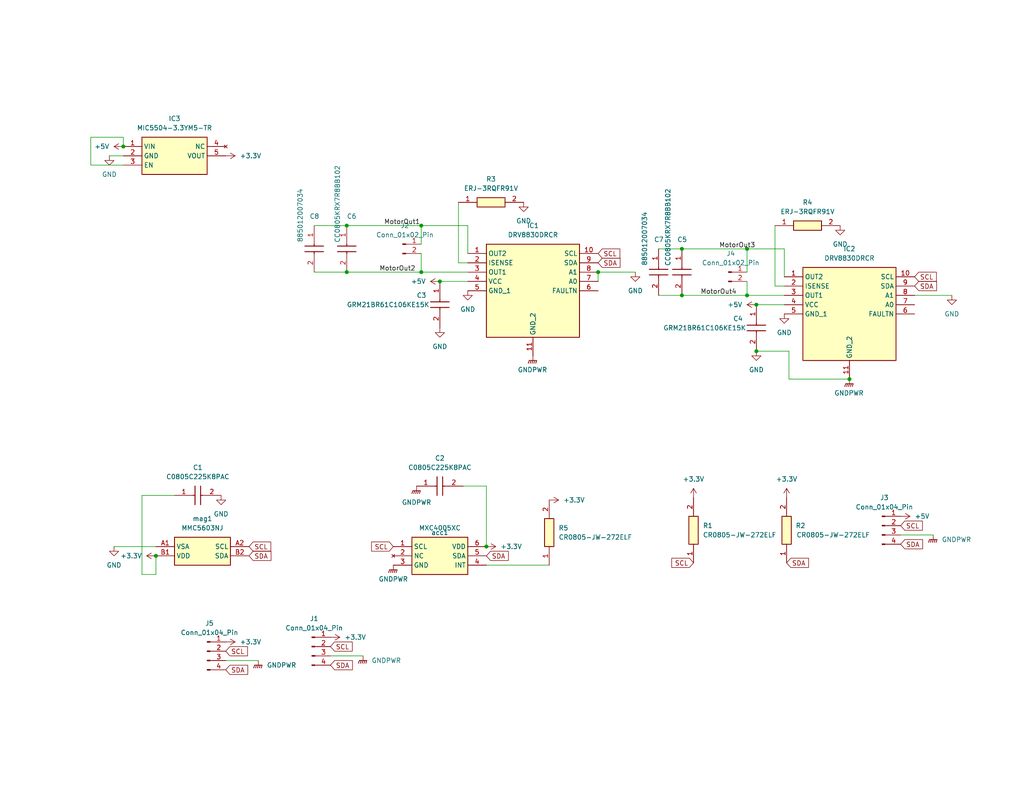
<source format=kicad_sch>
(kicad_sch (version 20230121) (generator eeschema)
  (paper "USLetter")
  (lib_symbols
    (symbol "Connector:Conn_01x02_Pin" (pin_names (offset 1.016) hide)
      (property "Reference" "J" (at 0 2.54 0))
      (property "Value" "Conn_01x02_Pin" (at 0 -5.08 0))
      (symbol "Conn_01x02_Pin_1_1"
        (polyline (pts (xy 1.27 -2.54) (xy 0.8636 -2.54)) (stroke (width 0.1524)))
        (polyline (pts (xy 1.27 0) (xy 0.8636 0)) (stroke (width 0.1524)))
        (rectangle (start 0.8636 -2.413) (end 0 -2.667) (stroke (width 0.1524)) (fill (type outline)))
        (rectangle (start 0.8636 0.127) (end 0 -0.127) (stroke (width 0.1524)) (fill (type outline)))
        (pin passive line (at 5.08 0 180) (length 3.81) (name "Pin_1") (number "1"))
        (pin passive line (at 5.08 -2.54 180) (length 3.81) (name "Pin_2") (number "2"))
      )
    )
    (symbol "Connector:Conn_01x04_Pin" (pin_names (offset 1.016) hide)
      (property "Reference" "J" (at 0 5.08 0))
      (property "Value" "Conn_01x04_Pin" (at 0 -7.62 0))
      (symbol "Conn_01x04_Pin_1_1"
        (polyline (pts (xy 1.27 -5.08) (xy 0.8636 -5.08)) (stroke (width 0.1524)))
        (polyline (pts (xy 1.27 -2.54) (xy 0.8636 -2.54)) (stroke (width 0.1524)))
        (polyline (pts (xy 1.27 0) (xy 0.8636 0)) (stroke (width 0.1524)))
        (polyline (pts (xy 1.27 2.54) (xy 0.8636 2.54)) (stroke (width 0.1524)))
        (rectangle (start 0.8636 -4.953) (end 0 -5.207) (stroke (width 0.1524)) (fill (type outline)))
        (rectangle (start 0.8636 -2.413) (end 0 -2.667) (stroke (width 0.1524)) (fill (type outline)))
        (rectangle (start 0.8636 0.127) (end 0 -0.127) (stroke (width 0.1524)) (fill (type outline)))
        (rectangle (start 0.8636 2.667) (end 0 2.413) (stroke (width 0.1524)) (fill (type outline)))
        (pin passive line (at 5.08 2.54 180) (length 3.81) (name "Pin_1") (number "1"))
        (pin passive line (at 5.08 0 180) (length 3.81) (name "Pin_2") (number "2"))
        (pin passive line (at 5.08 -2.54 180) (length 3.81) (name "Pin_3") (number "3"))
        (pin passive line (at 5.08 -5.08 180) (length 3.81) (name "Pin_4") (number "4"))
      )
    )
    (symbol "Samacsys:885012007034" (pin_names hide)
      (property "Reference" "C" (at 8.89 6.35 0))
      (property "Value" "885012007034" (at 8.89 3.81 0))
      (symbol "885012007034_1_1"
        (polyline (pts (xy 5.08 0) (xy 5.588 0)) (stroke (width 0.254)))
        (polyline (pts (xy 5.588 2.54) (xy 5.588 -2.54)) (stroke (width 0.254)))
        (polyline (pts (xy 7.112 0) (xy 7.62 0)) (stroke (width 0.254)))
        (polyline (pts (xy 7.112 2.54) (xy 7.112 -2.54)) (stroke (width 0.254)))
        (pin passive line (at 0 0 0) (length 5.08) (name "1") (number "1"))
        (pin passive line (at 12.7 0 180) (length 5.08) (name "2") (number "2"))
      )
    )
    (symbol "Samacsys:C0805C225K8PAC" (pin_names hide)
      (property "Reference" "C" (at 8.89 6.35 0))
      (property "Value" "C0805C225K8PAC" (at 8.89 3.81 0))
      (symbol "C0805C225K8PAC_1_1"
        (polyline (pts (xy 5.08 0) (xy 5.588 0)) (stroke (width 0.254)))
        (polyline (pts (xy 5.588 2.54) (xy 5.588 -2.54)) (stroke (width 0.254)))
        (polyline (pts (xy 7.112 0) (xy 7.62 0)) (stroke (width 0.254)))
        (polyline (pts (xy 7.112 2.54) (xy 7.112 -2.54)) (stroke (width 0.254)))
        (pin passive line (at 0 0 0) (length 5.08) (name "1") (number "1"))
        (pin passive line (at 12.7 0 180) (length 5.08) (name "2") (number "2"))
      )
    )
    (symbol "Samacsys:CC0805KRX7R8BB102" (pin_names hide)
      (property "Reference" "C" (at 8.89 6.35 0))
      (property "Value" "CC0805KRX7R8BB102" (at 8.89 3.81 0))
      (symbol "CC0805KRX7R8BB102_1_1"
        (polyline (pts (xy 5.08 0) (xy 5.588 0)) (stroke (width 0.254)))
        (polyline (pts (xy 5.588 2.54) (xy 5.588 -2.54)) (stroke (width 0.254)))
        (polyline (pts (xy 7.112 0) (xy 7.62 0)) (stroke (width 0.254)))
        (polyline (pts (xy 7.112 2.54) (xy 7.112 -2.54)) (stroke (width 0.254)))
        (pin passive line (at 0 0 0) (length 5.08) (name "1") (number "1"))
        (pin passive line (at 12.7 0 180) (length 5.08) (name "2") (number "2"))
      )
    )
    (symbol "Samacsys:CR0805-JW-272ELF" (pin_names hide)
      (property "Reference" "R" (at 13.97 6.35 0))
      (property "Value" "CR0805-JW-272ELF" (at 13.97 3.81 0))
      (symbol "CR0805-JW-272ELF_1_1"
        (rectangle (start 5.08 1.27) (end 12.7 -1.27) (stroke (width 0.254)) (fill (type background)))
        (pin passive line (at 0 0 0) (length 5.08) (name "1") (number "1"))
        (pin passive line (at 17.78 0 180) (length 5.08) (name "2") (number "2"))
      )
    )
    (symbol "Samacsys:DRV8830DRCR"
      (property "Reference" "IC" (at 31.75 7.62 0))
      (property "Value" "DRV8830DRCR" (at 31.75 5.08 0))
      (symbol "DRV8830DRCR_1_1"
        (rectangle (start 5.08 2.54) (end 30.48 -22.86) (stroke (width 0.254)) (fill (type background)))
        (pin passive line (at 0 0 0) (length 5.08) (name "OUT2") (number "1"))
        (pin passive line (at 35.56 0 180) (length 5.08) (name "SCL") (number "10"))
        (pin passive line (at 17.78 -27.94 90) (length 5.08) (name "GND_2") (number "11"))
        (pin passive line (at 0 -2.54 0) (length 5.08) (name "ISENSE") (number "2"))
        (pin passive line (at 0 -5.08 0) (length 5.08) (name "OUT1") (number "3"))
        (pin passive line (at 0 -7.62 0) (length 5.08) (name "VCC") (number "4"))
        (pin passive line (at 0 -10.16 0) (length 5.08) (name "GND_1") (number "5"))
        (pin passive line (at 35.56 -10.16 180) (length 5.08) (name "FAULTN") (number "6"))
        (pin passive line (at 35.56 -7.62 180) (length 5.08) (name "A0") (number "7"))
        (pin passive line (at 35.56 -5.08 180) (length 5.08) (name "A1") (number "8"))
        (pin passive line (at 35.56 -2.54 180) (length 5.08) (name "SDA") (number "9"))
      )
    )
    (symbol "Samacsys:ERJ-3RQFR91V" (pin_names hide)
      (property "Reference" "R" (at 13.97 6.35 0))
      (property "Value" "ERJ-3RQFR91V" (at 13.97 3.81 0))
      (symbol "ERJ-3RQFR91V_1_1"
        (rectangle (start 5.08 1.27) (end 12.7 -1.27) (stroke (width 0.254)) (fill (type background)))
        (pin passive line (at 0 0 0) (length 5.08) (name "1") (number "1"))
        (pin passive line (at 17.78 0 180) (length 5.08) (name "2") (number "2"))
      )
    )
    (symbol "Samacsys:GRM21BR61C106KE15K" (pin_names hide)
      (property "Reference" "C" (at 8.89 6.35 0))
      (property "Value" "GRM21BR61C106KE15K" (at 8.89 3.81 0))
      (symbol "GRM21BR61C106KE15K_1_1"
        (polyline (pts (xy 5.08 0) (xy 5.588 0)) (stroke (width 0.254)))
        (polyline (pts (xy 5.588 2.54) (xy 5.588 -2.54)) (stroke (width 0.254)))
        (polyline (pts (xy 7.112 0) (xy 7.62 0)) (stroke (width 0.254)))
        (polyline (pts (xy 7.112 2.54) (xy 7.112 -2.54)) (stroke (width 0.254)))
        (pin passive line (at 0 0 0) (length 5.08) (name "1") (number "1"))
        (pin passive line (at 12.7 0 180) (length 5.08) (name "2") (number "2"))
      )
    )
    (symbol "Samacsys:MIC5504-3.3YM5-TR"
      (property "Reference" "IC" (at 24.13 7.62 0))
      (property "Value" "MIC5504-3.3YM5-TR" (at 24.13 5.08 0))
      (symbol "MIC5504-3.3YM5-TR_1_1"
        (rectangle (start 5.08 2.54) (end 22.86 -7.62) (stroke (width 0.254)) (fill (type background)))
        (pin passive line (at 0 0 0) (length 5.08) (name "VIN") (number "1"))
        (pin passive line (at 0 -2.54 0) (length 5.08) (name "GND") (number "2"))
        (pin passive line (at 0 -5.08 0) (length 5.08) (name "EN") (number "3"))
        (pin no_connect line (at 27.94 0 180) (length 5.08) (name "NC") (number "4"))
        (pin passive line (at 27.94 -2.54 180) (length 5.08) (name "VOUT") (number "5"))
      )
    )
    (symbol "Samacsys:MMC5603NJ"
      (property "Reference" "IC" (at 21.59 7.62 0))
      (property "Value" "MMC5603NJ" (at 21.59 5.08 0))
      (symbol "MMC5603NJ_1_1"
        (rectangle (start 5.08 2.54) (end 20.32 -5.08) (stroke (width 0.254)) (fill (type background)))
        (pin passive line (at 0 0 0) (length 5.08) (name "VSA") (number "A1"))
        (pin passive line (at 25.4 0 180) (length 5.08) (name "SCL") (number "A2"))
        (pin passive line (at 0 -2.54 0) (length 5.08) (name "VDD") (number "B1"))
        (pin passive line (at 25.4 -2.54 180) (length 5.08) (name "SDA") (number "B2"))
      )
    )
    (symbol "Samacsys:MXC4005XC"
      (property "Reference" "IC" (at 21.59 7.62 0))
      (property "Value" "MXC4005XC" (at 21.59 5.08 0))
      (symbol "MXC4005XC_1_1"
        (rectangle (start 5.08 2.54) (end 20.32 -7.62) (stroke (width 0.254)) (fill (type background)))
        (pin passive line (at 0 0 0) (length 5.08) (name "SCL") (number "1"))
        (pin no_connect line (at 0 -2.54 0) (length 5.08) (name "NC") (number "2"))
        (pin passive line (at 0 -5.08 0) (length 5.08) (name "GND") (number "3"))
        (pin passive line (at 25.4 -5.08 180) (length 5.08) (name "INT") (number "4"))
        (pin passive line (at 25.4 -2.54 180) (length 5.08) (name "SDA") (number "5"))
        (pin passive line (at 25.4 0 180) (length 5.08) (name "VDD") (number "6"))
      )
    )
    (symbol "power:+3.3V" (power) (pin_names (offset 0))
      (property "Value" "+3.3V" (at 0 3.556 0))
      (symbol "+3.3V_0_1"
        (polyline (pts (xy -0.762 1.27) (xy 0 2.54)))
        (polyline (pts (xy 0 0) (xy 0 2.54)))
        (polyline (pts (xy 0 2.54) (xy 0.762 1.27)))
      )
      (symbol "+3.3V_1_1"
        (pin power_in line (at 0 0 90) (length 0) hide (name "+3.3V") (number "1"))
      )
    )
    (symbol "power:+5V" (power) (pin_names (offset 0))
      (property "Value" "+5V" (at 0 3.556 0))
      (symbol "+5V_0_1"
        (polyline (pts (xy -0.762 1.27) (xy 0 2.54)))
        (polyline (pts (xy 0 0) (xy 0 2.54)))
        (polyline (pts (xy 0 2.54) (xy 0.762 1.27)))
      )
      (symbol "+5V_1_1"
        (pin power_in line (at 0 0 90) (length 0) hide (name "+5V") (number "1"))
      )
    )
    (symbol "power:GND" (power) (pin_names (offset 0))
      (property "Value" "GND" (at 0 -3.81 0))
      (symbol "GND_0_1"
        (polyline (pts (xy 0 0) (xy 0 -1.27) (xy 1.27 -1.27) (xy 0 -2.54) (xy -1.27 -1.27) (xy 0 -1.27)))
      )
      (symbol "GND_1_1"
        (pin power_in line (at 0 0 270) (length 0) hide (name "GND") (number "1"))
      )
    )
    (symbol "power:GNDPWR" (power) (pin_names (offset 0))
      (property "Value" "GNDPWR" (at 0 -3.302 0))
      (symbol "GNDPWR_0_1"
        (polyline (pts (xy 0 -1.27) (xy 0 0)))
        (polyline (pts (xy -1.016 -1.27) (xy -1.27 -2.032) (xy -1.27 -2.032)) (stroke (width 0.2032)))
        (polyline (pts (xy -0.508 -1.27) (xy -0.762 -2.032) (xy -0.762 -2.032)) (stroke (width 0.2032)))
        (polyline (pts (xy 0 -1.27) (xy -0.254 -2.032) (xy -0.254 -2.032)) (stroke (width 0.2032)))
        (polyline (pts (xy 0.508 -1.27) (xy 0.254 -2.032) (xy 0.254 -2.032)) (stroke (width 0.2032)))
        (polyline (pts (xy 1.016 -1.27) (xy -1.016 -1.27) (xy -1.016 -1.27)) (stroke (width 0.2032)))
        (polyline (pts (xy 1.016 -1.27) (xy 0.762 -2.032) (xy 0.762 -2.032) (xy 0.762 -2.032)) (stroke (width 0.2032)))
      )
      (symbol "GNDPWR_1_1"
        (pin power_in line (at 0 0 270) (length 0) hide (name "GNDPWR") (number "1"))
      )
    )
  )
  (junction (at 203.835 80.645))
  (junction (at 94.615 74.295))
  (junction (at 186.055 80.645))
  (junction (at 206.375 83.185))
  (junction (at 94.615 61.595))
  (junction (at 42.545 151.765))
  (junction (at 186.055 67.945))
  (junction (at 114.935 74.295))
  (junction (at 203.835 67.945))
  (junction (at 163.195 74.295))
  (junction (at 206.375 95.885))
  (junction (at 120.015 76.835))
  (junction (at 132.715 149.225))
  (junction (at 231.775 103.505))
  (junction (at 33.655 40.005))
  (junction (at 114.935 61.595))
  (wire (pts (xy 47.625 135.255) (xy 38.735 135.255)))
  (wire (pts (xy 203.835 67.945) (xy 203.835 74.295)))
  (wire (pts (xy 114.935 61.595) (xy 114.935 66.675)))
  (wire (pts (xy 126.365 132.715) (xy 132.715 132.715)))
  (wire (pts (xy 61.595 180.34) (xy 70.485 180.34)))
  (wire (pts (xy 85.725 61.595) (xy 94.615 61.595)))
  (wire (pts (xy 24.765 45.085) (xy 24.765 37.465)))
  (wire (pts (xy 179.705 80.645) (xy 186.055 80.645)))
  (wire (pts (xy 206.375 95.885) (xy 215.265 95.885)))
  (wire (pts (xy 203.835 67.945) (xy 213.995 67.945)))
  (wire (pts (xy 249.555 80.645) (xy 259.715 80.645)))
  (wire (pts (xy 206.375 83.185) (xy 213.995 83.185)))
  (wire (pts (xy 163.195 74.295) (xy 163.195 76.835)))
  (wire (pts (xy 203.835 80.645) (xy 213.995 80.645)))
  (wire (pts (xy 186.055 80.645) (xy 203.835 80.645)))
  (wire (pts (xy 90.17 179.07) (xy 99.06 179.07)))
  (wire (pts (xy 94.615 61.595) (xy 114.935 61.595)))
  (wire (pts (xy 24.765 37.465) (xy 33.655 37.465)))
  (wire (pts (xy 38.735 135.255) (xy 38.735 156.845)))
  (wire (pts (xy 38.735 156.845) (xy 42.545 156.845)))
  (wire (pts (xy 33.655 45.085) (xy 24.765 45.085)))
  (wire (pts (xy 132.715 154.305) (xy 149.86 154.305)))
  (wire (pts (xy 163.195 74.295) (xy 173.355 74.295)))
  (wire (pts (xy 245.745 146.05) (xy 254.635 146.05)))
  (wire (pts (xy 211.455 78.105) (xy 213.995 78.105)))
  (wire (pts (xy 215.265 95.885) (xy 215.265 103.505)))
  (wire (pts (xy 125.095 71.755) (xy 127.635 71.755)))
  (wire (pts (xy 114.935 74.295) (xy 127.635 74.295)))
  (wire (pts (xy 211.455 61.595) (xy 211.455 78.105)))
  (wire (pts (xy 114.935 69.215) (xy 114.935 74.295)))
  (wire (pts (xy 120.015 76.835) (xy 127.635 76.835)))
  (wire (pts (xy 186.055 67.945) (xy 203.835 67.945)))
  (wire (pts (xy 33.655 37.465) (xy 33.655 40.005)))
  (wire (pts (xy 203.835 76.835) (xy 203.835 80.645)))
  (wire (pts (xy 213.995 67.945) (xy 213.995 75.565)))
  (wire (pts (xy 114.935 61.595) (xy 127.635 61.595)))
  (wire (pts (xy 42.545 156.845) (xy 42.545 151.765)))
  (wire (pts (xy 132.715 132.715) (xy 132.715 149.225)))
  (wire (pts (xy 127.635 61.595) (xy 127.635 69.215)))
  (wire (pts (xy 31.115 149.225) (xy 42.545 149.225)))
  (wire (pts (xy 29.845 42.545) (xy 33.655 42.545)))
  (wire (pts (xy 215.265 103.505) (xy 231.775 103.505)))
  (wire (pts (xy 94.615 74.295) (xy 114.935 74.295)))
  (wire (pts (xy 85.725 74.295) (xy 94.615 74.295)))
  (wire (pts (xy 179.705 67.945) (xy 186.055 67.945)))
  (wire (pts (xy 125.095 55.245) (xy 125.095 71.755)))
  (label "MotorOut1" (at 104.775 61.595 0))
  (label "MotorOut4" (at 191.135 80.645 0))
  (label "MotorOut3" (at 196.215 67.945 0))
  (label "MotorOut2" (at 103.505 74.295 0))
  (global_label "SDA" (shape input) (at 214.63 153.67 0) (property "Intersheetrefs" "${INTERSHEET_REFS}" (effects hide)))
  (global_label "SDA" (shape input) (at 67.945 151.765 0) (property "Intersheetrefs" "${INTERSHEET_REFS}" (effects hide)))
  (global_label "SCL" (shape input) (at 90.17 176.53 0) (property "Intersheetrefs" "${INTERSHEET_REFS}" (effects hide)))
  (global_label "SCL" (shape input) (at 107.315 149.225 180) (property "Intersheetrefs" "${INTERSHEET_REFS}" (effects hide)))
  (global_label "SCL" (shape input) (at 245.745 143.51 0) (property "Intersheetrefs" "${INTERSHEET_REFS}" (effects hide)))
  (global_label "SCL" (shape input) (at 249.555 75.565 0) (property "Intersheetrefs" "${INTERSHEET_REFS}" (effects hide)))
  (global_label "SDA" (shape input) (at 249.555 78.105 0) (property "Intersheetrefs" "${INTERSHEET_REFS}" (effects hide)))
  (global_label "SDA" (shape input) (at 90.17 181.61 0) (property "Intersheetrefs" "${INTERSHEET_REFS}" (effects hide)))
  (global_label "SCL" (shape input) (at 163.195 69.215 0) (property "Intersheetrefs" "${INTERSHEET_REFS}" (effects hide)))
  (global_label "SCL" (shape input) (at 67.945 149.225 0) (property "Intersheetrefs" "${INTERSHEET_REFS}" (effects hide)))
  (global_label "SDA" (shape input) (at 61.595 182.88 0) (property "Intersheetrefs" "${INTERSHEET_REFS}" (effects hide)))
  (global_label "SDA" (shape input) (at 132.715 151.765 0) (property "Intersheetrefs" "${INTERSHEET_REFS}" (effects hide)))
  (global_label "SDA" (shape input) (at 163.195 71.755 0) (property "Intersheetrefs" "${INTERSHEET_REFS}" (effects hide)))
  (global_label "SCL" (shape input) (at 189.23 153.67 180) (property "Intersheetrefs" "${INTERSHEET_REFS}" (effects hide)))
  (global_label "SDA" (shape input) (at 245.745 148.59 0) (property "Intersheetrefs" "${INTERSHEET_REFS}" (effects hide)))
  (global_label "SCL" (shape input) (at 61.595 177.8 0) (property "Intersheetrefs" "${INTERSHEET_REFS}" (effects hide)))
  (symbol (lib_id "Samacsys:CR0805-JW-272ELF") (at 214.63 153.67 90) (unit 1)
    (property "Reference" "R2" (at 218.44 143.51 90))
    (property "Value" "CR0805-JW-272ELF" (at 227.33 146.05 90))
    (property "Footprint" "Samacsys:RESC2012X60N" (effects hide))
    (property "Datasheet" "https://www.bourns.com/pdfs/chpreztr.pdf" (effects hide))
    (property "Height" "0.6" (effects hide))
    (property "Mouser Part Number" "652-CR0805JW-272ELF" (effects hide))
    (property "Mouser Price/Stock" "https://www.mouser.co.uk/ProductDetail/Bourns/CR0805-JW-272ELF?qs=%252BcBkmVQIZ2T7fs90LBgILQ%3D%3D" (effects hide))
    (property "Manufacturer_Name" "Bourns" (effects hide))
    (property "Manufacturer_Part_Number" "CR0805-JW-272ELF" (effects hide))
  )
  (symbol (lib_id "Samacsys:MMC5603NJ") (at 42.545 149.225 0) (unit 1)
    (property "Reference" "mag1" (at 55.245 141.605 0))
    (property "Value" "MMC5603NJ" (at 55.245 144.145 0))
    (property "Footprint" "Samacsys:MMC5603NJ" (effects hide))
    (property "Datasheet" "https://www.mouser.de/datasheet/2/821/Memsic_09102019_MMC5603NJ_Datasheet_Rev.B-1635324.pdf" (effects hide))
    (property "Height" "0.6" (effects hide))
    (property "Mouser Part Number" "438-MMC5603NJ" (effects hide))
    (property "Mouser Price/Stock" "https://www.mouser.co.uk/ProductDetail/MEMSIC/MMC5603NJ?qs=B6kkDfuK7%2FDOubZFFHvcXw%3D%3D" (effects hide))
    (property "Manufacturer_Name" "MEMSIC" (effects hide))
    (property "Manufacturer_Part_Number" "MMC5603NJ" (effects hide))
  )
  (symbol (lib_id "power:GND") (at 142.875 55.245 0) (unit 1)
    (property "Reference" "#PWR08" (effects hide))
    (property "Value" "GND" (at 142.875 60.325 0))
  )
  (symbol (lib_id "Connector:Conn_01x02_Pin") (at 198.755 74.295 0) (unit 1)
    (property "Reference" "J4" (at 199.39 69.215 0))
    (property "Value" "Conn_01x02_Pin" (at 199.39 71.755 0))
    (property "Footprint" "Connector_JST:JST_XH_B2B-XH-A_1x02_P2.50mm_Vertical" (effects hide))
  )
  (symbol (lib_id "Connector:Conn_01x04_Pin") (at 240.665 143.51 0) (unit 1)
    (property "Reference" "J3" (at 241.3 135.89 0))
    (property "Value" "Conn_01x04_Pin" (at 241.3 138.43 0))
    (property "Footprint" "Connector_PinHeader_2.54mm:PinHeader_1x04_P2.54mm_Vertical" (effects hide))
  )
  (symbol (lib_id "Samacsys:ERJ-3RQFR91V") (at 125.095 55.245 0) (unit 1)
    (property "Reference" "R3" (at 133.985 48.895 0))
    (property "Value" "ERJ-3RQFR91V" (at 133.985 51.435 0))
    (property "Footprint" "Samacsys:ERJ3_B_BQ_BW_LW_(0603)" (effects hide))
    (property "Datasheet" "http://industrial.panasonic.com/cdbs/www-data/pdf/RDN0000/AOA0000C313.pdf" (effects hide))
    (property "Mouser Part Number" "667-ERJ-3RQFR91V" (effects hide))
    (property "Mouser Price/Stock" "https://www.mouser.co.uk/ProductDetail/Panasonic/ERJ-3RQFR91V?qs=KH2o3k57USjDASjCCUSeYQ%3D%3D" (effects hide))
    (property "Manufacturer_Name" "Panasonic" (effects hide))
    (property "Manufacturer_Part_Number" "ERJ-3RQFR91V" (effects hide))
  )
  (symbol (lib_id "Samacsys:DRV8830DRCR") (at 127.635 69.215 0) (unit 1)
    (property "Reference" "IC1" (at 145.415 61.595 0))
    (property "Value" "DRV8830DRCR" (at 145.415 64.135 0))
    (property "Footprint" "Samacsys:SON50P300X300X100-11N-D" (effects hide))
    (property "Datasheet" "http://www.ti.com/lit/gpn/drv8830" (effects hide))
    (property "Height" "1" (effects hide))
    (property "Mouser Part Number" "595-DRV8830DRCR" (effects hide))
    (property "Mouser Price/Stock" "https://www.mouser.co.uk/ProductDetail/Texas-Instruments/DRV8830DRCR?qs=0gJBXdIUCJlJZs6VRNmUtw%3D%3D" (effects hide))
    (property "Manufacturer_Name" "Texas Instruments" (effects hide))
    (property "Manufacturer_Part_Number" "DRV8830DRCR" (effects hide))
  )
  (symbol (lib_id "power:GND") (at 259.715 80.645 0) (unit 1)
    (property "Reference" "#PWR024" (effects hide))
    (property "Value" "GND" (at 259.715 85.725 0))
  )
  (symbol (lib_id "power:+3.3V") (at 90.17 173.99 270) (unit 1)
    (property "Reference" "#PWR011" (effects hide))
    (property "Value" "+3.3V" (at 93.98 173.99 90) (effects (justify left)))
  )
  (symbol (lib_id "power:GNDPWR") (at 107.315 154.305 0) (unit 1)
    (property "Reference" "#PWR028" (effects hide))
    (property "Value" "GNDPWR" (at 107.315 158.115 0))
  )
  (symbol (lib_id "power:GNDPWR") (at 113.665 132.715 0) (unit 1)
    (property "Reference" "#PWR027" (effects hide))
    (property "Value" "GNDPWR" (at 113.665 137.16 0))
  )
  (symbol (lib_id "Samacsys:DRV8830DRCR") (at 213.995 75.565 0) (unit 1)
    (property "Reference" "IC2" (at 231.775 67.945 0))
    (property "Value" "DRV8830DRCR" (at 231.775 70.485 0))
    (property "Footprint" "Samacsys:SON50P300X300X100-11N-D" (effects hide))
    (property "Datasheet" "http://www.ti.com/lit/gpn/drv8830" (effects hide))
    (property "Height" "1" (effects hide))
    (property "Mouser Part Number" "595-DRV8830DRCR" (effects hide))
    (property "Mouser Price/Stock" "https://www.mouser.co.uk/ProductDetail/Texas-Instruments/DRV8830DRCR?qs=0gJBXdIUCJlJZs6VRNmUtw%3D%3D" (effects hide))
    (property "Manufacturer_Name" "Texas Instruments" (effects hide))
    (property "Manufacturer_Part_Number" "DRV8830DRCR" (effects hide))
  )
  (symbol (lib_id "Samacsys:885012007034") (at 179.705 67.945 270) (unit 1)
    (property "Reference" "C7" (at 178.435 65.405 90) (effects (justify left)))
    (property "Value" "885012007034" (at 175.895 57.785 0) (effects (justify left)))
    (property "Footprint" "Samacsys:CAPC2012X70N" (effects hide))
    (property "Datasheet" "https://katalog.we-online.com/pbs/datasheet/885012007034.pdf" (effects hide))
    (property "Height" "0.7" (effects hide))
    (property "Mouser Part Number" "710-885012007034" (effects hide))
    (property "Mouser Price/Stock" "https://www.mouser.co.uk/ProductDetail/Wurth-Elektronik/885012007034?qs=0KOYDY2FL2%2Fe7W6MOnhOJQ%3D%3D" (effects hide))
    (property "Manufacturer_Name" "Wurth Elektronik" (effects hide))
    (property "Manufacturer_Part_Number" "885012007034" (effects hide))
  )
  (symbol (lib_id "power:GND") (at 60.325 135.255 0) (unit 1)
    (property "Reference" "#PWR07" (effects hide))
    (property "Value" "GND" (at 60.325 140.335 0))
  )
  (symbol (lib_id "power:+5V") (at 245.745 140.97 270) (unit 1)
    (property "Reference" "#PWR025" (effects hide))
    (property "Value" "+5V" (at 249.555 140.97 90) (effects (justify left)))
  )
  (symbol (lib_id "power:+3.3V") (at 214.63 135.89 0) (unit 1)
    (property "Reference" "#PWR05" (effects hide))
    (property "Value" "+3.3V" (at 214.63 130.81 0))
  )
  (symbol (lib_id "power:GNDPWR") (at 145.415 97.155 0) (unit 1)
    (property "Reference" "#PWR015" (effects hide))
    (property "Value" "GNDPWR" (at 145.288 100.965 0))
  )
  (symbol (lib_id "power:+3.3V") (at 42.545 151.765 90) (unit 1)
    (property "Reference" "#PWR010" (effects hide))
    (property "Value" "+3.3V" (at 38.735 151.765 90) (effects (justify left)))
  )
  (symbol (lib_id "power:+3.3V") (at 132.715 149.225 270) (unit 1)
    (property "Reference" "#PWR030" (effects hide))
    (property "Value" "+3.3V" (at 136.525 149.225 90) (effects (justify left)))
  )
  (symbol (lib_id "power:GND") (at 31.115 149.225 0) (unit 1)
    (property "Reference" "#PWR02" (effects hide))
    (property "Value" "GND" (at 31.115 154.305 0))
  )
  (symbol (lib_id "power:+3.3V") (at 61.595 42.545 270) (unit 1)
    (property "Reference" "#PWR04" (effects hide))
    (property "Value" "+3.3V" (at 65.405 42.545 90) (effects (justify left)))
  )
  (symbol (lib_id "power:GND") (at 120.015 89.535 0) (unit 1)
    (property "Reference" "#PWR016" (effects hide))
    (property "Value" "GND" (at 120.015 94.615 0))
  )
  (symbol (lib_id "power:GND") (at 29.845 42.545 0) (unit 1)
    (property "Reference" "#PWR03" (effects hide))
    (property "Value" "GND" (at 29.845 47.625 0))
  )
  (symbol (lib_id "power:GNDPWR") (at 254.635 146.05 0) (unit 1)
    (property "Reference" "#PWR026" (effects hide))
    (property "Value" "GNDPWR" (at 260.985 147.32 0))
  )
  (symbol (lib_id "Samacsys:MIC5504-3.3YM5-TR") (at 33.655 40.005 0) (unit 1)
    (property "Reference" "IC3" (at 47.625 32.385 0))
    (property "Value" "MIC5504-3.3YM5-TR" (at 47.625 34.925 0))
    (property "Footprint" "Samacsys:SOT95P280X145-5N" (effects hide))
    (property "Datasheet" "https://componentsearchengine.com/Datasheets/2/MIC5504-3.3YM5-TR.pdf" (effects hide))
    (property "Height" "1.45" (effects hide))
    (property "Mouser Part Number" "998-MIC5504-3.3YM5TR" (effects hide))
    (property "Mouser Price/Stock" "https://www.mouser.co.uk/ProductDetail/Microchip-Technology/MIC5504-3.3YM5-TR?qs=U6T8BxXiZAUmVQ5Zs217qQ%3D%3D" (effects hide))
    (property "Manufacturer_Name" "Microchip" (effects hide))
    (property "Manufacturer_Part_Number" "MIC5504-3.3YM5-TR" (effects hide))
  )
  (symbol (lib_id "Samacsys:CR0805-JW-272ELF") (at 189.23 153.67 90) (unit 1)
    (property "Reference" "R1" (at 191.77 143.51 90) (effects (justify right)))
    (property "Value" "CR0805-JW-272ELF" (at 191.77 146.05 90) (effects (justify right)))
    (property "Footprint" "Samacsys:RESC2012X60N" (effects hide))
    (property "Datasheet" "https://www.bourns.com/pdfs/chpreztr.pdf" (effects hide))
    (property "Height" "0.6" (effects hide))
    (property "Mouser Part Number" "652-CR0805JW-272ELF" (effects hide))
    (property "Mouser Price/Stock" "https://www.mouser.co.uk/ProductDetail/Bourns/CR0805-JW-272ELF?qs=%252BcBkmVQIZ2T7fs90LBgILQ%3D%3D" (effects hide))
    (property "Manufacturer_Name" "Bourns" (effects hide))
    (property "Manufacturer_Part_Number" "CR0805-JW-272ELF" (effects hide))
  )
  (symbol (lib_id "power:GNDPWR") (at 70.485 180.34 0) (unit 1)
    (property "Reference" "#PWR01" (effects hide))
    (property "Value" "GNDPWR" (at 76.835 181.61 0))
  )
  (symbol (lib_id "Samacsys:GRM21BR61C106KE15K") (at 206.375 83.185 270) (unit 1)
    (property "Reference" "C4" (at 200.025 86.995 90) (effects (justify left)))
    (property "Value" "GRM21BR61C106KE15K" (at 180.975 89.535 90) (effects (justify left)))
    (property "Footprint" "Samacsys:CAPC2012X145N" (effects hide))
    (property "Datasheet" "http://www.murata.com/~/media/webrenewal/support/library/catalog/products/capacitor/mlcc/c02e.pdf" (effects hide))
    (property "Height" "1.45" (effects hide))
    (property "Mouser Part Number" "81-GRM21BR61C106KE5K" (effects hide))
    (property "Mouser Price/Stock" "https://www.mouser.co.uk/ProductDetail/Murata-Electronics/GRM21BR61C106KE15K?qs=h0WOCFF19ULjTOS37upAEw%3D%3D" (effects hide))
    (property "Manufacturer_Name" "Murata Electronics" (effects hide))
    (property "Manufacturer_Part_Number" "GRM21BR61C106KE15K" (effects hide))
  )
  (symbol (lib_id "power:GND") (at 229.235 61.595 0) (unit 1)
    (property "Reference" "#PWR012" (effects hide))
    (property "Value" "GND" (at 229.235 66.675 0))
  )
  (symbol (lib_id "Connector:Conn_01x02_Pin") (at 109.855 66.675 0) (unit 1)
    (property "Reference" "J2" (at 110.49 61.595 0))
    (property "Value" "Conn_01x02_Pin" (at 110.49 64.135 0))
    (property "Footprint" "Connector_JST:JST_XH_B2B-XH-A_1x02_P2.50mm_Vertical" (effects hide))
  )
  (symbol (lib_id "Connector:Conn_01x04_Pin") (at 56.515 177.8 0) (unit 1)
    (property "Reference" "J5" (at 57.15 170.18 0))
    (property "Value" "Conn_01x04_Pin" (at 57.15 172.72 0))
    (property "Footprint" "Connector_PinHeader_2.54mm:PinHeader_1x04_P2.54mm_Vertical" (effects hide))
  )
  (symbol (lib_id "power:GND") (at 127.635 79.375 0) (unit 1)
    (property "Reference" "#PWR018" (effects hide))
    (property "Value" "GND" (at 127.635 84.455 0))
  )
  (symbol (lib_id "Samacsys:CR0805-JW-272ELF") (at 149.86 154.305 90) (unit 1)
    (property "Reference" "R5" (at 152.4 144.145 90) (effects (justify right)))
    (property "Value" "CR0805-JW-272ELF" (at 152.4 146.685 90) (effects (justify right)))
    (property "Footprint" "Samacsys:RESC2012X60N" (effects hide))
    (property "Datasheet" "https://www.bourns.com/pdfs/chpreztr.pdf" (effects hide))
    (property "Height" "0.6" (effects hide))
    (property "Mouser Part Number" "652-CR0805JW-272ELF" (effects hide))
    (property "Mouser Price/Stock" "https://www.mouser.co.uk/ProductDetail/Bourns/CR0805-JW-272ELF?qs=%252BcBkmVQIZ2T7fs90LBgILQ%3D%3D" (effects hide))
    (property "Manufacturer_Name" "Bourns" (effects hide))
    (property "Manufacturer_Part_Number" "CR0805-JW-272ELF" (effects hide))
  )
  (symbol (lib_id "power:+5V") (at 206.375 83.185 90) (unit 1)
    (property "Reference" "#PWR020" (effects hide))
    (property "Value" "+5V" (at 202.565 83.185 90) (effects (justify left)))
  )
  (symbol (lib_id "Samacsys:CC0805KRX7R8BB102") (at 94.615 61.595 270) (unit 1)
    (property "Reference" "C6" (at 94.615 59.055 90) (effects (justify left)))
    (property "Value" "CC0805KRX7R8BB102" (at 92.075 45.085 0) (effects (justify left)))
    (property "Footprint" "Samacsys:CAPC2012X70N" (effects hide))
    (property "Datasheet" "https://4donline.ihs.com/images/VipMasterIC/IC/YAGO/YAGO-S-A0018534584/YAGO-S-A0018882785-1.pdf?hkey=EF798316E3902B6ED9A73243A3159BB0" (effects hide))
    (property "Height" "0.7" (effects hide))
    (property "Manufacturer_Name" "YAGEO" (effects hide))
    (property "Manufacturer_Part_Number" "CC0805KRX7R8BB102" (effects hide))
  )
  (symbol (lib_id "power:GNDPWR") (at 231.775 103.505 0) (unit 1)
    (property "Reference" "#PWR023" (effects hide))
    (property "Value" "GNDPWR" (at 231.648 107.315 0))
  )
  (symbol (lib_id "Samacsys:MXC4005XC") (at 107.315 149.225 0) (unit 1)
    (property "Reference" "acc1" (at 120.015 145.415 0))
    (property "Value" "MXC4005XC" (at 120.015 144.145 0))
    (property "Footprint" "Samacsys:MXC4005XC" (effects hide))
    (property "Datasheet" "https://datasheet.datasheetarchive.com/originals/distributors/Datasheets_SAMA/aa0fcdfc55209a6ab2215b00180fe2f1.pdf" (effects hide))
    (property "Height" "0.885" (effects hide))
    (property "Mouser Part Number" "438-MXC4005XC" (effects hide))
    (property "Mouser Price/Stock" "https://www.mouser.co.uk/ProductDetail/MEMSIC/MXC4005XC?qs=RcG8xmE7yp3iyYgWLmAtUw%3D%3D" (effects hide))
    (property "Manufacturer_Name" "MEMSIC" (effects hide))
    (property "Manufacturer_Part_Number" "MXC4005XC" (effects hide))
  )
  (symbol (lib_id "power:GNDPWR") (at 99.06 179.07 0) (unit 1)
    (property "Reference" "#PWR013" (effects hide))
    (property "Value" "GNDPWR" (at 105.41 180.34 0))
  )
  (symbol (lib_id "power:+5V") (at 120.015 76.835 90) (unit 1)
    (property "Reference" "#PWR017" (effects hide))
    (property "Value" "+5V" (at 116.205 76.835 90) (effects (justify left)))
  )
  (symbol (lib_id "Samacsys:C0805C225K8PAC") (at 47.625 135.255 0) (unit 1)
    (property "Reference" "C1" (at 53.975 127.635 0))
    (property "Value" "C0805C225K8PAC" (at 53.975 130.175 0))
    (property "Footprint" "Samacsys:CAPC2012X140N" (effects hide))
    (property "Datasheet" "https://www.kemet.com/specsheet/C0805C225K8PAC%7BBULK%7D" (effects hide))
    (property "Height" "1.4" (effects hide))
    (property "Mouser Part Number" "80-C0805C225K8PAC" (effects hide))
    (property "Mouser Price/Stock" "https://www.mouser.co.uk/ProductDetail/KEMET/C0805C225K8PAC?qs=IIhARexJuViOAIXipuNNfg%3D%3D" (effects hide))
    (property "Manufacturer_Name" "KEMET" (effects hide))
    (property "Manufacturer_Part_Number" "C0805C225K8PAC" (effects hide))
  )
  (symbol (lib_id "Samacsys:CC0805KRX7R8BB102") (at 186.055 67.945 270) (unit 1)
    (property "Reference" "C5" (at 184.785 65.405 90) (effects (justify left)))
    (property "Value" "CC0805KRX7R8BB102" (at 182.245 51.435 0) (effects (justify left)))
    (property "Footprint" "Samacsys:CAPC2012X70N" (effects hide))
    (property "Datasheet" "https://4donline.ihs.com/images/VipMasterIC/IC/YAGO/YAGO-S-A0018534584/YAGO-S-A0018882785-1.pdf?hkey=EF798316E3902B6ED9A73243A3159BB0" (effects hide))
    (property "Height" "0.7" (effects hide))
    (property "Manufacturer_Name" "YAGEO" (effects hide))
    (property "Manufacturer_Part_Number" "CC0805KRX7R8BB102" (effects hide))
  )
  (symbol (lib_id "Samacsys:ERJ-3RQFR91V") (at 211.455 61.595 0) (unit 1)
    (property "Reference" "R4" (at 220.345 55.245 0))
    (property "Value" "ERJ-3RQFR91V" (at 220.345 57.785 0))
    (property "Footprint" "Samacsys:ERJ3_B_BQ_BW_LW_(0603)" (effects hide))
    (property "Datasheet" "http://industrial.panasonic.com/cdbs/www-data/pdf/RDN0000/AOA0000C313.pdf" (effects hide))
    (property "Mouser Part Number" "667-ERJ-3RQFR91V" (effects hide))
    (property "Mouser Price/Stock" "https://www.mouser.co.uk/ProductDetail/Panasonic/ERJ-3RQFR91V?qs=KH2o3k57USjDASjCCUSeYQ%3D%3D" (effects hide))
    (property "Manufacturer_Name" "Panasonic" (effects hide))
    (property "Manufacturer_Part_Number" "ERJ-3RQFR91V" (effects hide))
  )
  (symbol (lib_id "power:+3.3V") (at 61.595 175.26 270) (unit 1)
    (property "Reference" "#PWR09" (effects hide))
    (property "Value" "+3.3V" (at 65.405 175.26 90) (effects (justify left)))
  )
  (symbol (lib_id "power:+3.3V") (at 189.23 135.89 0) (unit 1)
    (property "Reference" "#PWR06" (effects hide))
    (property "Value" "+3.3V" (at 189.23 130.81 0))
  )
  (symbol (lib_id "power:GND") (at 206.375 95.885 0) (unit 1)
    (property "Reference" "#PWR021" (effects hide))
    (property "Value" "GND" (at 206.375 100.965 0))
  )
  (symbol (lib_id "power:+3.3V") (at 149.86 136.525 270) (unit 1)
    (property "Reference" "#PWR029" (effects hide))
    (property "Value" "+3.3V" (at 153.67 136.525 90) (effects (justify left)))
  )
  (symbol (lib_id "power:+5V") (at 33.655 40.005 90) (unit 1)
    (property "Reference" "#PWR014" (effects hide))
    (property "Value" "+5V" (at 29.845 40.005 90) (effects (justify left)))
  )
  (symbol (lib_id "Samacsys:C0805C225K8PAC") (at 113.665 132.715 0) (unit 1)
    (property "Reference" "C2" (at 120.015 125.095 0))
    (property "Value" "C0805C225K8PAC" (at 120.015 127.635 0))
    (property "Footprint" "Samacsys:CAPC2012X140N" (effects hide))
    (property "Datasheet" "https://www.kemet.com/specsheet/C0805C225K8PAC%7BBULK%7D" (effects hide))
    (property "Height" "1.4" (effects hide))
    (property "Mouser Part Number" "80-C0805C225K8PAC" (effects hide))
    (property "Mouser Price/Stock" "https://www.mouser.co.uk/ProductDetail/KEMET/C0805C225K8PAC?qs=IIhARexJuViOAIXipuNNfg%3D%3D" (effects hide))
    (property "Manufacturer_Name" "KEMET" (effects hide))
    (property "Manufacturer_Part_Number" "C0805C225K8PAC" (effects hide))
  )
  (symbol (lib_id "Connector:Conn_01x04_Pin") (at 85.09 176.53 0) (unit 1)
    (property "Reference" "J1" (at 85.725 168.91 0))
    (property "Value" "Conn_01x04_Pin" (at 85.725 171.45 0))
    (property "Footprint" "Connector_PinHeader_2.54mm:PinHeader_1x04_P2.54mm_Vertical" (effects hide))
  )
  (symbol (lib_id "Samacsys:885012007034") (at 85.725 61.595 270) (unit 1)
    (property "Reference" "C8" (at 84.455 59.055 90) (effects (justify left)))
    (property "Value" "885012007034" (at 81.915 51.435 0) (effects (justify left)))
    (property "Footprint" "Samacsys:CAPC2012X70N" (effects hide))
    (property "Datasheet" "https://katalog.we-online.com/pbs/datasheet/885012007034.pdf" (effects hide))
    (property "Height" "0.7" (effects hide))
    (property "Mouser Part Number" "710-885012007034" (effects hide))
    (property "Mouser Price/Stock" "https://www.mouser.co.uk/ProductDetail/Wurth-Elektronik/885012007034?qs=0KOYDY2FL2%2Fe7W6MOnhOJQ%3D%3D" (effects hide))
    (property "Manufacturer_Name" "Wurth Elektronik" (effects hide))
    (property "Manufacturer_Part_Number" "885012007034" (effects hide))
  )
  (symbol (lib_id "Samacsys:GRM21BR61C106KE15K") (at 120.015 76.835 270) (unit 1)
    (property "Reference" "C3" (at 113.665 80.645 90) (effects (justify left)))
    (property "Value" "GRM21BR61C106KE15K" (at 94.615 83.185 90) (effects (justify left)))
    (property "Footprint" "Samacsys:CAPC2012X145N" (effects hide))
    (property "Datasheet" "http://www.murata.com/~/media/webrenewal/support/library/catalog/products/capacitor/mlcc/c02e.pdf" (effects hide))
    (property "Height" "1.45" (effects hide))
    (property "Mouser Part Number" "81-GRM21BR61C106KE5K" (effects hide))
    (property "Mouser Price/Stock" "https://www.mouser.co.uk/ProductDetail/Murata-Electronics/GRM21BR61C106KE15K?qs=h0WOCFF19ULjTOS37upAEw%3D%3D" (effects hide))
    (property "Manufacturer_Name" "Murata Electronics" (effects hide))
    (property "Manufacturer_Part_Number" "GRM21BR61C106KE15K" (effects hide))
  )
  (symbol (lib_id "power:GND") (at 213.995 85.725 0) (unit 1)
    (property "Reference" "#PWR022" (effects hide))
    (property "Value" "GND" (at 213.995 90.805 0))
  )
  (symbol (lib_id "power:GND") (at 173.355 74.295 0) (unit 1)
    (property "Reference" "#PWR019" (effects hide))
    (property "Value" "GND" (at 173.355 79.375 0))
  )
)
</source>
